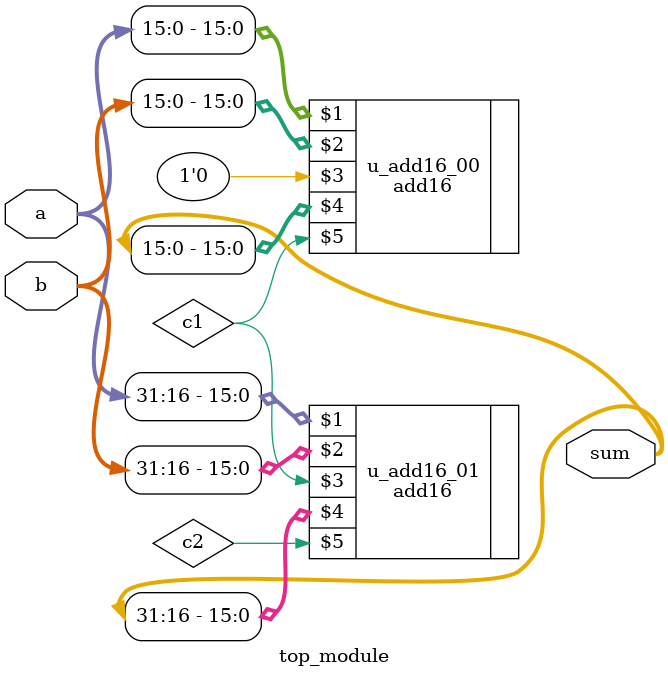
<source format=v>
module top_module (
    input [31: 0] a,
    input [31: 0] b,
    output [31: 0] sum
    );

    wire c1, c2;
    add16 u_add16_00 (
        a[15: 0],
        b[15: 0],
        1'b0,
        sum[15: 0],
        c1
    );
    add16 u_add16_01 (
        a[31: 16],
        b[31: 16],
        c1,
        sum[31: 16],
        c2
    );

endmodule

</source>
